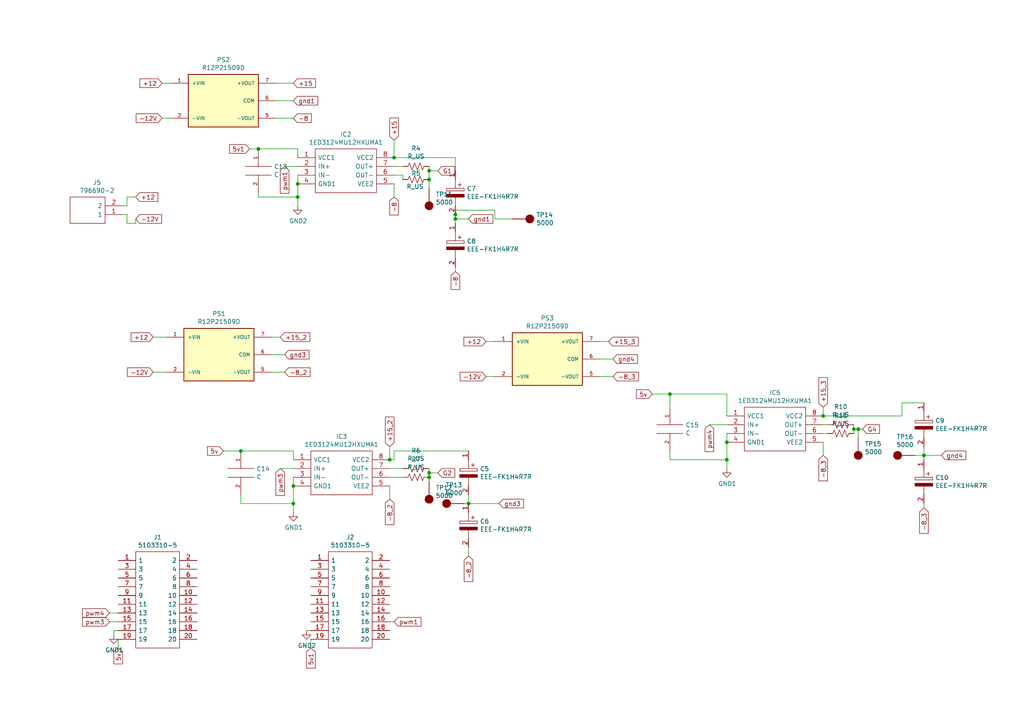
<source format=kicad_sch>
(kicad_sch (version 20231120) (generator "eeschema") (generator_version "8.0")
  (paper "A4")
  (lib_symbols
    (symbol "1ED3124MU12HXUMA1:1ED3124MU12HXUMA1" (pin_names (offset 0.762))
      (property "Reference" "IC" (at 24.13 7.62 0))
      (property "Value" "1ED3124MU12HXUMA1" (at 24.13 5.08 0))
      (symbol "1ED3124MU12HXUMA1_0_0"
        (pin passive line (at 0 0 0) (length 5.08) (name "VCC1") (number "1"))
        (pin passive line (at 0 -2.54 0) (length 5.08) (name "IN+") (number "2"))
        (pin passive line (at 0 -5.08 0) (length 5.08) (name "IN-") (number "3"))
        (pin passive line (at 0 -7.62 0) (length 5.08) (name "GND1") (number "4"))
        (pin passive line (at 27.94 -7.62 180) (length 5.08) (name "VEE2") (number "5"))
        (pin passive line (at 27.94 -5.08 180) (length 5.08) (name "OUT-") (number "6"))
        (pin passive line (at 27.94 -2.54 180) (length 5.08) (name "OUT+") (number "7"))
        (pin passive line (at 27.94 0 180) (length 5.08) (name "VCC2") (number "8"))
      )
      (symbol "1ED3124MU12HXUMA1_0_1"
        (polyline (pts (xy 5.08 2.54) (xy 22.86 2.54) (xy 22.86 -10.16) (xy 5.08 -10.16) (xy 5.08 2.54)) (stroke (width 0.1524)))
      )
    )
    (symbol "5000:5000" (pin_numbers hide) (pin_names (offset 1.016) hide)
      (property "Reference" "TP" (at -2.54 2.54 0))
      (property "Value" "5000" (at -2.54 -3.81 0))
      (symbol "5000_0_0"
        (circle (center 0 0) (radius 0.635) (stroke (width 1.27)))
        (pin passive line (at -5.08 0 0) (length 5.08) (name "~") (number "TP"))
      )
    )
    (symbol "5103310-5:5103310-5" (pin_names (offset 0.762))
      (property "Reference" "J" (at 19.05 7.62 0))
      (property "Value" "5103310-5" (at 19.05 5.08 0))
      (symbol "5103310-5_0_0"
        (pin passive line (at 0 0 0) (length 5.08) (name "1") (number "1"))
        (pin passive line (at 22.86 -10.16 180) (length 5.08) (name "10") (number "10"))
        (pin passive line (at 0 -12.7 0) (length 5.08) (name "11") (number "11"))
        (pin passive line (at 22.86 -12.7 180) (length 5.08) (name "12") (number "12"))
        (pin passive line (at 0 -15.24 0) (length 5.08) (name "13") (number "13"))
        (pin passive line (at 22.86 -15.24 180) (length 5.08) (name "14") (number "14"))
        (pin passive line (at 0 -17.78 0) (length 5.08) (name "15") (number "15"))
        (pin passive line (at 22.86 -17.78 180) (length 5.08) (name "16") (number "16"))
        (pin passive line (at 0 -20.32 0) (length 5.08) (name "17") (number "17"))
        (pin passive line (at 22.86 -20.32 180) (length 5.08) (name "18") (number "18"))
        (pin passive line (at 0 -22.86 0) (length 5.08) (name "19") (number "19"))
        (pin passive line (at 22.86 0 180) (length 5.08) (name "2") (number "2"))
        (pin passive line (at 22.86 -22.86 180) (length 5.08) (name "20") (number "20"))
        (pin passive line (at 0 -2.54 0) (length 5.08) (name "3") (number "3"))
        (pin passive line (at 22.86 -2.54 180) (length 5.08) (name "4") (number "4"))
        (pin passive line (at 0 -5.08 0) (length 5.08) (name "5") (number "5"))
        (pin passive line (at 22.86 -5.08 180) (length 5.08) (name "6") (number "6"))
        (pin passive line (at 0 -7.62 0) (length 5.08) (name "7") (number "7"))
        (pin passive line (at 22.86 -7.62 180) (length 5.08) (name "8") (number "8"))
        (pin passive line (at 0 -10.16 0) (length 5.08) (name "9") (number "9"))
      )
      (symbol "5103310-5_0_1"
        (polyline (pts (xy 5.08 2.54) (xy 17.78 2.54) (xy 17.78 -25.4) (xy 5.08 -25.4) (xy 5.08 2.54)) (stroke (width 0.1524)))
      )
    )
    (symbol "796690-2:796690-2" (pin_names (offset 0.762))
      (property "Reference" "J" (at 16.51 7.62 0))
      (property "Value" "796690-2" (at 16.51 5.08 0))
      (symbol "796690-2_0_0"
        (pin passive line (at 0 0 0) (length 5.08) (name "1") (number "1"))
        (pin passive line (at 0 -2.54 0) (length 5.08) (name "2") (number "2"))
      )
      (symbol "796690-2_0_1"
        (polyline (pts (xy 5.08 2.54) (xy 15.24 2.54) (xy 15.24 -5.08) (xy 5.08 -5.08) (xy 5.08 2.54)) (stroke (width 0.1524)))
      )
    )
    (symbol "DCCB PCB-V3-rescue:C-pspice" (pin_names (offset 0.254))
      (property "Reference" "C" (at 2.54 3.81 90))
      (property "Value" "pspice_C" (at 2.54 -3.81 90))
      (symbol "C-pspice_0_1"
        (polyline (pts (xy -3.81 -1.27) (xy 3.81 -1.27)))
        (polyline (pts (xy -3.81 1.27) (xy 3.81 1.27)))
      )
      (symbol "C-pspice_1_1"
        (pin passive line (at 0 6.35 270) (length 5.08) (name "~") (number "1"))
        (pin passive line (at 0 -6.35 90) (length 5.08) (name "~") (number "2"))
      )
    )
    (symbol "DCCB PCB-V3-rescue:GND1-power" (power) (pin_names (offset 0))
      (property "Value" "power_GND1" (at 0 -3.81 0))
      (symbol "GND1-power_0_1"
        (polyline (pts (xy 0 0) (xy 0 -1.27) (xy 1.27 -1.27) (xy 0 -2.54) (xy -1.27 -1.27) (xy 0 -1.27)))
      )
      (symbol "GND1-power_1_1"
        (pin power_in line (at 0 0 270) (length 0) hide (name "GND1") (number "1"))
      )
    )
    (symbol "DCCB PCB-V3-rescue:GND2-power" (power) (pin_names (offset 0))
      (property "Value" "power_GND2" (at 0 -3.81 0))
      (symbol "GND2-power_0_1"
        (polyline (pts (xy 0 0) (xy 0 -1.27) (xy 1.27 -1.27) (xy 0 -2.54) (xy -1.27 -1.27) (xy 0 -1.27)))
      )
      (symbol "GND2-power_1_1"
        (pin power_in line (at 0 0 270) (length 0) hide (name "GND2") (number "1"))
      )
    )
    (symbol "Device:R_US" (pin_numbers hide) (pin_names (offset 0))
      (property "Reference" "R" (at 2.54 0 90))
      (property "Value" "R_US" (at -2.54 0 90))
      (symbol "R_US_0_1"
        (polyline (pts (xy 0 -2.286) (xy 0 -2.54)))
        (polyline (pts (xy 0 2.286) (xy 0 2.54)))
        (polyline (pts (xy 0 -0.762) (xy 1.016 -1.143) (xy 0 -1.524) (xy -1.016 -1.905) (xy 0 -2.286)))
        (polyline (pts (xy 0 0.762) (xy 1.016 0.381) (xy 0 0) (xy -1.016 -0.381) (xy 0 -0.762)))
        (polyline (pts (xy 0 2.286) (xy 1.016 1.905) (xy 0 1.524) (xy -1.016 1.143) (xy 0 0.762)))
      )
      (symbol "R_US_1_1"
        (pin passive line (at 0 3.81 270) (length 1.27) (name "~") (number "1"))
        (pin passive line (at 0 -3.81 90) (length 1.27) (name "~") (number "2"))
      )
    )
    (symbol "EEE-FK1H4R7R:EEE-FK1H4R7R" (pin_names (offset 0.762))
      (property "Reference" "C" (at 8.89 6.35 0))
      (property "Value" "EEE-FK1H4R7R" (at 8.89 3.81 0))
      (symbol "EEE-FK1H4R7R_0_0"
        (pin passive line (at 0 0 0) (length 2.54) (name "~") (number "1"))
        (pin passive line (at 12.7 0 180) (length 2.54) (name "~") (number "2"))
      )
      (symbol "EEE-FK1H4R7R_0_1"
        (polyline (pts (xy 2.54 0) (xy 5.08 0)) (stroke (width 0.1524)))
        (polyline (pts (xy 4.064 1.778) (xy 4.064 0.762)) (stroke (width 0.1524)))
        (polyline (pts (xy 4.572 1.27) (xy 3.556 1.27)) (stroke (width 0.1524)))
        (polyline (pts (xy 7.62 0) (xy 10.16 0)) (stroke (width 0.1524)))
        (polyline (pts (xy 5.08 2.54) (xy 5.08 -2.54) (xy 5.842 -2.54) (xy 5.842 2.54) (xy 5.08 2.54)) (stroke (width 0.1524)))
        (polyline (pts (xy 7.62 2.54) (xy 7.62 -2.54) (xy 6.858 -2.54) (xy 6.858 2.54) (xy 7.62 2.54)) (stroke (width 0.254)) (fill (type outline)))
      )
    )
    (symbol "R12P21509D:R12P21509D" (pin_names (offset 1.016))
      (property "Reference" "PS" (at -10.16 8.636 0))
      (property "Value" "R12P21509D" (at -10.16 -10.922 0))
      (symbol "R12P21509D_0_0"
        (rectangle (start -10.16 -7.62) (end 10.16 7.62) (stroke (width 0.254)) (fill (type background)))
        (pin input line (at -15.24 5.08 0) (length 5.08) (name "+VIN") (number "1"))
        (pin input line (at -15.24 -5.08 0) (length 5.08) (name "-VIN") (number "2"))
        (pin output line (at 15.24 -5.08 180) (length 5.08) (name "-VOUT") (number "5"))
        (pin power_in line (at 15.24 0 180) (length 5.08) (name "COM") (number "6"))
        (pin output line (at 15.24 5.08 180) (length 5.08) (name "+VOUT") (number "7"))
      )
    )
  )
  (junction (at 74.93 43.18))
  (junction (at 124.46 138.43))
  (junction (at 135.89 146.05))
  (junction (at 210.82 133.35))
  (junction (at 85.09 146.05))
  (junction (at 124.46 137.16))
  (junction (at 132.08 63.5))
  (junction (at 69.85 130.81))
  (junction (at 85.09 140.97))
  (junction (at 124.46 52.07))
  (junction (at 210.82 128.27))
  (junction (at 113.03 133.35))
  (junction (at 86.36 57.15))
  (junction (at 194.31 114.3))
  (junction (at 86.36 53.34))
  (junction (at 248.92 124.46))
  (junction (at 238.76 120.65))
  (junction (at 267.97 132.08))
  (junction (at 247.65 124.46))
  (junction (at 124.46 49.53))
  (junction (at 114.3 45.72))
  (junction (at 132.08 62.23))
  (wire (pts (xy 49.53 24.13) (xy 46.99 24.13)))
  (wire (pts (xy 267.97 132.08) (xy 267.97 133.35)))
  (wire (pts (xy 177.8 109.22) (xy 173.99 109.22)))
  (wire (pts (xy 48.26 107.95) (xy 44.45 107.95)))
  (wire (pts (xy 135.89 63.5) (xy 132.08 63.5)))
  (wire (pts (xy 114.3 45.72) (xy 114.3 40.64)))
  (wire (pts (xy 34.29 187.96) (xy 34.29 185.42)))
  (wire (pts (xy 273.05 132.08) (xy 267.97 132.08)))
  (wire (pts (xy 267.97 147.32) (xy 267.97 146.05)))
  (wire (pts (xy 116.84 50.8) (xy 114.3 50.8)))
  (wire (pts (xy 86.36 57.15) (xy 74.93 57.15)))
  (wire (pts (xy 86.36 43.18) (xy 86.36 45.72)))
  (wire (pts (xy 210.82 123.19) (xy 205.74 123.19)))
  (wire (pts (xy 194.31 133.35) (xy 194.31 130.81)))
  (wire (pts (xy 267.97 129.54) (xy 267.97 132.08)))
  (wire (pts (xy 116.84 48.26) (xy 114.3 48.26)))
  (wire (pts (xy 132.08 45.72) (xy 132.08 49.53)))
  (wire (pts (xy 240.03 123.19) (xy 238.76 123.19)))
  (wire (pts (xy 35.56 62.23) (xy 36.83 62.23)))
  (wire (pts (xy 48.26 97.79) (xy 44.45 97.79)))
  (wire (pts (xy 210.82 128.27) (xy 210.82 133.35)))
  (wire (pts (xy 36.83 59.69) (xy 36.83 57.15)))
  (wire (pts (xy 86.36 57.15) (xy 86.36 59.69)))
  (wire (pts (xy 124.46 49.53) (xy 124.46 48.26)))
  (wire (pts (xy 85.09 140.97) (xy 85.09 146.05)))
  (wire (pts (xy 85.09 130.81) (xy 85.09 133.35)))
  (wire (pts (xy 31.75 177.8) (xy 34.29 177.8)))
  (wire (pts (xy 127 49.53) (xy 124.46 49.53)))
  (wire (pts (xy 90.17 187.96) (xy 90.17 185.42)))
  (wire (pts (xy 86.36 53.34) (xy 86.36 57.15)))
  (wire (pts (xy 36.83 64.77) (xy 39.37 64.77)))
  (wire (pts (xy 124.46 54.61) (xy 124.46 52.07)))
  (wire (pts (xy 69.85 146.05) (xy 69.85 143.51)))
  (wire (pts (xy 238.76 120.65) (xy 261.62 120.65)))
  (wire (pts (xy 116.84 50.8) (xy 116.84 52.07)))
  (wire (pts (xy 116.84 135.89) (xy 113.03 135.89)))
  (wire (pts (xy 85.09 135.89) (xy 81.28 135.89)))
  (wire (pts (xy 194.31 118.11) (xy 194.31 114.3)))
  (wire (pts (xy 64.77 130.81) (xy 69.85 130.81)))
  (wire (pts (xy 135.89 161.29) (xy 135.89 158.75)))
  (wire (pts (xy 250.19 124.46) (xy 248.92 124.46)))
  (wire (pts (xy 189.23 114.3) (xy 194.31 114.3)))
  (wire (pts (xy 114.3 45.72) (xy 132.08 45.72)))
  (wire (pts (xy 238.76 120.65) (xy 238.76 118.11)))
  (wire (pts (xy 135.89 143.51) (xy 135.89 146.05)))
  (wire (pts (xy 113.03 133.35) (xy 113.03 129.54)))
  (wire (pts (xy 124.46 137.16) (xy 124.46 135.89)))
  (wire (pts (xy 210.82 125.73) (xy 210.82 128.27)))
  (wire (pts (xy 33.02 184.15) (xy 33.02 182.88)))
  (wire (pts (xy 85.09 138.43) (xy 85.09 140.97)))
  (wire (pts (xy 85.09 24.13) (xy 80.01 24.13)))
  (wire (pts (xy 247.65 124.46) (xy 247.65 123.19)))
  (wire (pts (xy 33.02 182.88) (xy 34.29 182.88)))
  (wire (pts (xy 85.09 146.05) (xy 69.85 146.05)))
  (wire (pts (xy 143.51 60.96) (xy 132.08 60.96)))
  (wire (pts (xy 86.36 48.26) (xy 82.55 48.26)))
  (wire (pts (xy 124.46 52.07) (xy 124.46 49.53)))
  (wire (pts (xy 140.97 99.06) (xy 143.51 99.06)))
  (wire (pts (xy 124.46 139.7) (xy 124.46 138.43)))
  (wire (pts (xy 39.37 64.77) (xy 39.37 63.5)))
  (wire (pts (xy 194.31 114.3) (xy 210.82 114.3)))
  (wire (pts (xy 116.84 138.43) (xy 113.03 138.43)))
  (wire (pts (xy 134.62 146.05) (xy 135.89 146.05)))
  (wire (pts (xy 72.39 43.18) (xy 74.93 43.18)))
  (wire (pts (xy 31.75 180.34) (xy 34.29 180.34)))
  (wire (pts (xy 144.78 146.05) (xy 135.89 146.05)))
  (wire (pts (xy 261.62 120.65) (xy 261.62 116.84)))
  (wire (pts (xy 132.08 60.96) (xy 132.08 62.23)))
  (wire (pts (xy 240.03 125.73) (xy 238.76 125.73)))
  (wire (pts (xy 85.09 146.05) (xy 85.09 148.59)))
  (wire (pts (xy 143.51 63.5) (xy 143.51 60.96)))
  (wire (pts (xy 132.08 62.23) (xy 132.08 63.5)))
  (wire (pts (xy 124.46 138.43) (xy 124.46 137.16)))
  (wire (pts (xy 248.92 127) (xy 248.92 124.46)))
  (wire (pts (xy 210.82 133.35) (xy 194.31 133.35)))
  (wire (pts (xy 265.43 132.08) (xy 267.97 132.08)))
  (wire (pts (xy 148.59 63.5) (xy 143.51 63.5)))
  (wire (pts (xy 114.3 180.34) (xy 113.03 180.34)))
  (wire (pts (xy 176.53 99.06) (xy 173.99 99.06)))
  (wire (pts (xy 78.74 97.79) (xy 81.28 97.79)))
  (wire (pts (xy 210.82 135.89) (xy 210.82 133.35)))
  (wire (pts (xy 114.3 53.34) (xy 114.3 57.15)))
  (wire (pts (xy 49.53 34.29) (xy 46.99 34.29)))
  (wire (pts (xy 36.83 62.23) (xy 36.83 64.77)))
  (wire (pts (xy 85.09 29.21) (xy 80.01 29.21)))
  (wire (pts (xy 135.89 130.81) (xy 114.3 130.81)))
  (wire (pts (xy 247.65 125.73) (xy 247.65 124.46)))
  (wire (pts (xy 210.82 114.3) (xy 210.82 120.65)))
  (wire (pts (xy 261.62 116.84) (xy 267.97 116.84)))
  (wire (pts (xy 127 137.16) (xy 124.46 137.16)))
  (wire (pts (xy 86.36 50.8) (xy 86.36 53.34)))
  (wire (pts (xy 238.76 128.27) (xy 238.76 132.08)))
  (wire (pts (xy 132.08 78.74) (xy 132.08 77.47)))
  (wire (pts (xy 74.93 43.18) (xy 86.36 43.18)))
  (wire (pts (xy 82.55 102.87) (xy 78.74 102.87)))
  (wire (pts (xy 35.56 59.69) (xy 36.83 59.69)))
  (wire (pts (xy 114.3 130.81) (xy 114.3 133.35)))
  (wire (pts (xy 90.17 182.88) (xy 88.9 182.88)))
  (wire (pts (xy 113.03 140.97) (xy 113.03 144.78)))
  (wire (pts (xy 78.74 107.95) (xy 82.55 107.95)))
  (wire (pts (xy 69.85 130.81) (xy 85.09 130.81)))
  (wire (pts (xy 36.83 57.15) (xy 39.37 57.15)))
  (wire (pts (xy 140.97 109.22) (xy 143.51 109.22)))
  (wire (pts (xy 74.93 57.15) (xy 74.93 55.88)))
  (wire (pts (xy 85.09 34.29) (xy 80.01 34.29)))
  (wire (pts (xy 132.08 63.5) (xy 132.08 64.77)))
  (wire (pts (xy 177.8 104.14) (xy 173.99 104.14)))
  (wire (pts (xy 248.92 124.46) (xy 247.65 124.46)))
  (wire (pts (xy 114.3 133.35) (xy 113.03 133.35)))
  (global_label "+15_3" (shape input) (at 238.76 118.11 90) (property "Intersheetrefs" "${INTERSHEET_REFS}" (effects (hide yes))))
  (global_label "+15_3" (shape input) (at 176.53 99.06 0) (property "Intersheetrefs" "${INTERSHEET_REFS}" (effects (hide yes))))
  (global_label "-8_3" (shape input) (at 177.8 109.22 0) (property "Intersheetrefs" "${INTERSHEET_REFS}" (effects (hide yes))))
  (global_label "pwm3" (shape input) (at 31.75 180.34 180) (property "Intersheetrefs" "${INTERSHEET_REFS}" (effects (hide yes))))
  (global_label "+12" (shape input) (at 39.37 57.15 0) (property "Intersheetrefs" "${INTERSHEET_REFS}" (effects (hide yes))))
  (global_label "-12V" (shape input) (at 46.99 34.29 180) (property "Intersheetrefs" "${INTERSHEET_REFS}" (effects (hide yes))))
  (global_label "-8" (shape input) (at 132.08 78.74 270) (property "Intersheetrefs" "${INTERSHEET_REFS}" (effects (hide yes))))
  (global_label "gnd1" (shape input) (at 135.89 63.5 0) (property "Intersheetrefs" "${INTERSHEET_REFS}" (effects (hide yes))))
  (global_label "-8_2" (shape input) (at 135.89 161.29 270) (property "Intersheetrefs" "${INTERSHEET_REFS}" (effects (hide yes))))
  (global_label "gnd1" (shape input) (at 85.09 29.21 0) (property "Intersheetrefs" "${INTERSHEET_REFS}" (effects (hide yes))))
  (global_label "pwm3" (shape input) (at 81.28 135.89 270) (property "Intersheetrefs" "${INTERSHEET_REFS}" (effects (hide yes))))
  (global_label "+15" (shape input) (at 85.09 24.13 0) (property "Intersheetrefs" "${INTERSHEET_REFS}" (effects (hide yes))))
  (global_label "-8_2" (shape input) (at 82.55 107.95 0) (property "Intersheetrefs" "${INTERSHEET_REFS}" (effects (hide yes))))
  (global_label "5v1" (shape input) (at 72.39 43.18 180) (property "Intersheetrefs" "${INTERSHEET_REFS}" (effects (hide yes))))
  (global_label "-8" (shape input) (at 114.3 57.15 270) (property "Intersheetrefs" "${INTERSHEET_REFS}" (effects (hide yes))))
  (global_label "-12V" (shape input) (at 44.45 107.95 180) (property "Intersheetrefs" "${INTERSHEET_REFS}" (effects (hide yes))))
  (global_label "+12" (shape input) (at 140.97 99.06 180) (property "Intersheetrefs" "${INTERSHEET_REFS}" (effects (hide yes))))
  (global_label "5v" (shape input) (at 189.23 114.3 180) (property "Intersheetrefs" "${INTERSHEET_REFS}" (effects (hide yes))))
  (global_label "-8_2" (shape input) (at 113.03 144.78 270) (property "Intersheetrefs" "${INTERSHEET_REFS}" (effects (hide yes))))
  (global_label "5v1" (shape input) (at 90.17 187.96 270) (property "Intersheetrefs" "${INTERSHEET_REFS}" (effects (hide yes))))
  (global_label "pwm1" (shape input) (at 82.55 48.26 270) (property "Intersheetrefs" "${INTERSHEET_REFS}" (effects (hide yes))))
  (global_label "G4" (shape input) (at 250.19 124.46 0) (property "Intersheetrefs" "${INTERSHEET_REFS}" (effects (hide yes))))
  (global_label "gnd3" (shape input) (at 144.78 146.05 0) (property "Intersheetrefs" "${INTERSHEET_REFS}" (effects (hide yes))))
  (global_label "pwm4" (shape input) (at 31.75 177.8 180) (property "Intersheetrefs" "${INTERSHEET_REFS}" (effects (hide yes))))
  (global_label "+15_2" (shape input) (at 113.03 129.54 90) (property "Intersheetrefs" "${INTERSHEET_REFS}" (effects (hide yes))))
  (global_label "+15" (shape input) (at 114.3 40.64 90) (property "Intersheetrefs" "${INTERSHEET_REFS}" (effects (hide yes))))
  (global_label "5v" (shape input) (at 64.77 130.81 180) (property "Intersheetrefs" "${INTERSHEET_REFS}" (effects (hide yes))))
  (global_label "-8" (shape input) (at 85.09 34.29 0) (property "Intersheetrefs" "${INTERSHEET_REFS}" (effects (hide yes))))
  (global_label "-12V" (shape input) (at 140.97 109.22 180) (property "Intersheetrefs" "${INTERSHEET_REFS}" (effects (hide yes))))
  (global_label "gnd4" (shape input) (at 177.8 104.14 0) (property "Intersheetrefs" "${INTERSHEET_REFS}" (effects (hide yes))))
  (global_label "5v" (shape input) (at 34.29 187.96 270) (property "Intersheetrefs" "${INTERSHEET_REFS}" (effects (hide yes))))
  (global_label "G1" (shape input) (at 127 49.53 0) (property "Intersheetrefs" "${INTERSHEET_REFS}" (effects (hide yes))))
  (global_label "+12" (shape input) (at 44.45 97.79 180) (property "Intersheetrefs" "${INTERSHEET_REFS}" (effects (hide yes))))
  (global_label "-8_3" (shape input) (at 267.97 147.32 270) (property "Intersheetrefs" "${INTERSHEET_REFS}" (effects (hide yes))))
  (global_label "gnd3" (shape input) (at 82.55 102.87 0) (property "Intersheetrefs" "${INTERSHEET_REFS}" (effects (hide yes))))
  (global_label "pwm4" (shape input) (at 205.74 123.19 270) (property "Intersheetrefs" "${INTERSHEET_REFS}" (effects (hide yes))))
  (global_label "gnd4" (shape input) (at 273.05 132.08 0) (property "Intersheetrefs" "${INTERSHEET_REFS}" (effects (hide yes))))
  (global_label "pwm1" (shape input) (at 114.3 180.34 0) (property "Intersheetrefs" "${INTERSHEET_REFS}" (effects (hide yes))))
  (global_label "-12V" (shape input) (at 39.37 63.5 0) (property "Intersheetrefs" "${INTERSHEET_REFS}" (effects (hide yes))))
  (global_label "G2" (shape input) (at 127 137.16 0) (property "Intersheetrefs" "${INTERSHEET_REFS}" (effects (hide yes))))
  (global_label "+15_2" (shape input) (at 81.28 97.79 0) (property "Intersheetrefs" "${INTERSHEET_REFS}" (effects (hide yes))))
  (global_label "+12" (shape input) (at 46.99 24.13 180) (property "Intersheetrefs" "${INTERSHEET_REFS}" (effects (hide yes))))
  (global_label "-8_3" (shape input) (at 238.76 132.08 270) (property "Intersheetrefs" "${INTERSHEET_REFS}" (effects (hide yes))))
  (symbol (lib_id "796690-2:796690-2") (at 35.56 62.23 180) (unit 1)
    (property "Reference" "J5" (at 28.1432 52.959 0))
    (property "Value" "796690-2" (at 28.1432 55.2704 0))
    (property "Footprint" "796690-2:SHDR2W101P0X500_1X2_1000X1250X1500P" (effects (hide yes)))
    (property "Datasheet" "http://www.te.com/commerce/DocumentDelivery/DDEController?Action=srchrtrv&DocNm=796690&DocType=Customer+Drawing&DocLang=English&DocFormat=pdf&PartCntxt=796690-2" (effects (hide yes)))
    (property "Description" "Terminal Blocks 2 POS" (effects (hide yes)))
    (property "Height" "15" (effects (hide yes)))
    (property "Manufacturer_Name" "TE Connectivity" (effects (hide yes)))
    (property "Manufacturer_Part_Number" "796690-2" (effects (hide yes)))
    (property "Mouser Part Number" "571-796690-2" (effects (hide yes)))
    (property "Mouser Price/Stock" "https://www.mouser.co.uk/ProductDetail/TE-Connectivity/796690-2?qs=pWkNwGaCbnSCL%252BUWKaEztA%3D%3D" (effects (hide yes)))
    (property "Arrow Part Number" "796690-2" (effects (hide yes)))
    (property "Arrow Price/Stock" "https://www.arrow.com/en/products/796690-2/te-connectivity?region=nac" (effects (hide yes)))
  )
  (symbol (lib_id "DCCB PCB-V3-rescue:GND1-power") (at 85.09 148.59 0) (unit 1)
    (property "Reference" "#PWR02" (effects (hide yes)))
    (property "Value" "GND1" (at 85.217 152.9842 0))
  )
  (symbol (lib_id "DCCB PCB-V3-rescue:GND1-power") (at 210.82 135.89 0) (unit 1)
    (property "Reference" "#PWR05" (effects (hide yes)))
    (property "Value" "GND1" (at 210.947 140.2842 0))
  )
  (symbol (lib_id "EEE-FK1H4R7R:EEE-FK1H4R7R") (at 132.08 49.53 270) (unit 1)
    (property "Reference" "C7" (at 135.382 54.7116 90) (effects (justify left)))
    (property "Value" "EEE-FK1H4R7R" (at 135.382 57.023 90) (effects (justify left)))
    (property "Footprint" "EEE-FK1H4R7R:EEE1AA220WR" (effects (hide yes)))
    (property "Datasheet" "http://industrial.panasonic.com/cdbs/www-data/pdf/RDE0000/ABA0000C1181.pdf" (effects (hide yes)))
    (property "Description" "Aluminum Electrolytic Capacitors - SMD 4.7uF 50V" (effects (hide yes)))
    (property "Height" "5.5" (effects (hide yes)))
    (property "Mouser Part Number" "667-EEE-FK1H4R7R" (effects (hide yes)))
    (property "Mouser Price/Stock" "https://www.mouser.co.uk/ProductDetail/Panasonic/EEE-FK1H4R7R?qs=qE6bgDGEOCur97rwuEUvdw%3D%3D" (effects (hide yes)))
    (property "Manufacturer_Name" "Panasonic" (effects (hide yes)))
    (property "Manufacturer_Part_Number" "EEE-FK1H4R7R" (effects (hide yes)))
  )
  (symbol (lib_id "EEE-FK1H4R7R:EEE-FK1H4R7R") (at 132.08 64.77 270) (unit 1)
    (property "Reference" "C8" (at 135.382 69.9516 90) (effects (justify left)))
    (property "Value" "EEE-FK1H4R7R" (at 135.382 72.263 90) (effects (justify left)))
    (property "Footprint" "EEE-FK1H4R7R:EEE1AA220WR" (effects (hide yes)))
    (property "Datasheet" "http://industrial.panasonic.com/cdbs/www-data/pdf/RDE0000/ABA0000C1181.pdf" (effects (hide yes)))
    (property "Description" "Aluminum Electrolytic Capacitors - SMD 4.7uF 50V" (effects (hide yes)))
    (property "Height" "5.5" (effects (hide yes)))
    (property "Mouser Part Number" "667-EEE-FK1H4R7R" (effects (hide yes)))
    (property "Mouser Price/Stock" "https://www.mouser.co.uk/ProductDetail/Panasonic/EEE-FK1H4R7R?qs=qE6bgDGEOCur97rwuEUvdw%3D%3D" (effects (hide yes)))
    (property "Manufacturer_Name" "Panasonic" (effects (hide yes)))
    (property "Manufacturer_Part_Number" "EEE-FK1H4R7R" (effects (hide yes)))
  )
  (symbol (lib_id "EEE-FK1H4R7R:EEE-FK1H4R7R") (at 135.89 130.81 270) (unit 1)
    (property "Reference" "C5" (at 139.192 135.9916 90) (effects (justify left)))
    (property "Value" "EEE-FK1H4R7R" (at 139.192 138.303 90) (effects (justify left)))
    (property "Footprint" "EEE-FK1H4R7R:EEE1AA220WR" (effects (hide yes)))
    (property "Datasheet" "http://industrial.panasonic.com/cdbs/www-data/pdf/RDE0000/ABA0000C1181.pdf" (effects (hide yes)))
    (property "Description" "Aluminum Electrolytic Capacitors - SMD 4.7uF 50V" (effects (hide yes)))
    (property "Height" "5.5" (effects (hide yes)))
    (property "Mouser Part Number" "667-EEE-FK1H4R7R" (effects (hide yes)))
    (property "Mouser Price/Stock" "https://www.mouser.co.uk/ProductDetail/Panasonic/EEE-FK1H4R7R?qs=qE6bgDGEOCur97rwuEUvdw%3D%3D" (effects (hide yes)))
    (property "Manufacturer_Name" "Panasonic" (effects (hide yes)))
    (property "Manufacturer_Part_Number" "EEE-FK1H4R7R" (effects (hide yes)))
  )
  (symbol (lib_id "EEE-FK1H4R7R:EEE-FK1H4R7R") (at 135.89 146.05 270) (unit 1)
    (property "Reference" "C6" (at 139.192 151.2316 90) (effects (justify left)))
    (property "Value" "EEE-FK1H4R7R" (at 139.192 153.543 90) (effects (justify left)))
    (property "Footprint" "EEE-FK1H4R7R:EEE1AA220WR" (effects (hide yes)))
    (property "Datasheet" "http://industrial.panasonic.com/cdbs/www-data/pdf/RDE0000/ABA0000C1181.pdf" (effects (hide yes)))
    (property "Description" "Aluminum Electrolytic Capacitors - SMD 4.7uF 50V" (effects (hide yes)))
    (property "Height" "5.5" (effects (hide yes)))
    (property "Mouser Part Number" "667-EEE-FK1H4R7R" (effects (hide yes)))
    (property "Mouser Price/Stock" "https://www.mouser.co.uk/ProductDetail/Panasonic/EEE-FK1H4R7R?qs=qE6bgDGEOCur97rwuEUvdw%3D%3D" (effects (hide yes)))
    (property "Manufacturer_Name" "Panasonic" (effects (hide yes)))
    (property "Manufacturer_Part_Number" "EEE-FK1H4R7R" (effects (hide yes)))
  )
  (symbol (lib_id "EEE-FK1H4R7R:EEE-FK1H4R7R") (at 267.97 116.84 270) (unit 1)
    (property "Reference" "C9" (at 271.272 122.0216 90) (effects (justify left)))
    (property "Value" "EEE-FK1H4R7R" (at 271.272 124.333 90) (effects (justify left)))
    (property "Footprint" "EEE-FK1H4R7R:EEE1AA220WR" (effects (hide yes)))
    (property "Datasheet" "http://industrial.panasonic.com/cdbs/www-data/pdf/RDE0000/ABA0000C1181.pdf" (effects (hide yes)))
    (property "Description" "Aluminum Electrolytic Capacitors - SMD 4.7uF 50V" (effects (hide yes)))
    (property "Height" "5.5" (effects (hide yes)))
    (property "Mouser Part Number" "667-EEE-FK1H4R7R" (effects (hide yes)))
    (property "Mouser Price/Stock" "https://www.mouser.co.uk/ProductDetail/Panasonic/EEE-FK1H4R7R?qs=qE6bgDGEOCur97rwuEUvdw%3D%3D" (effects (hide yes)))
    (property "Manufacturer_Name" "Panasonic" (effects (hide yes)))
    (property "Manufacturer_Part_Number" "EEE-FK1H4R7R" (effects (hide yes)))
  )
  (symbol (lib_id "EEE-FK1H4R7R:EEE-FK1H4R7R") (at 267.97 133.35 270) (unit 1)
    (property "Reference" "C10" (at 271.272 138.5316 90) (effects (justify left)))
    (property "Value" "EEE-FK1H4R7R" (at 271.272 140.843 90) (effects (justify left)))
    (property "Footprint" "EEE-FK1H4R7R:EEE1AA220WR" (effects (hide yes)))
    (property "Datasheet" "http://industrial.panasonic.com/cdbs/www-data/pdf/RDE0000/ABA0000C1181.pdf" (effects (hide yes)))
    (property "Description" "Aluminum Electrolytic Capacitors - SMD 4.7uF 50V" (effects (hide yes)))
    (property "Height" "5.5" (effects (hide yes)))
    (property "Mouser Part Number" "667-EEE-FK1H4R7R" (effects (hide yes)))
    (property "Mouser Price/Stock" "https://www.mouser.co.uk/ProductDetail/Panasonic/EEE-FK1H4R7R?qs=qE6bgDGEOCur97rwuEUvdw%3D%3D" (effects (hide yes)))
    (property "Manufacturer_Name" "Panasonic" (effects (hide yes)))
    (property "Manufacturer_Part_Number" "EEE-FK1H4R7R" (effects (hide yes)))
  )
  (symbol (lib_id "1ED3124MU12HXUMA1:1ED3124MU12HXUMA1") (at 85.09 133.35 0) (unit 1)
    (property "Reference" "IC3" (at 99.06 126.619 0))
    (property "Value" "1ED3124MU12HXUMA1" (at 99.06 128.9304 0))
    (property "Footprint" "1ED3124MU12HXUMA1:SOIC127P1030X265-8N" (effects (hide yes)))
    (property "Datasheet" "https://www.infineon.com/cms/en/product/power/gate-driver-ics/?" (effects (hide yes)))
    (property "Description" "Gate Drivers ISOLATED DRIVER" (effects (hide yes)))
    (property "Height" "2.65" (effects (hide yes)))
    (property "Mouser Part Number" "726-1ED3124MU12HXUMA" (effects (hide yes)))
    (property "Mouser Price/Stock" "https://www.mouser.co.uk/ProductDetail/Infineon-Technologies/1ED3124MU12HXUMA1?qs=GBLSl2AkirubXwnfvNjsUw%3D%3D" (effects (hide yes)))
    (property "Manufacturer_Name" "Infineon" (effects (hide yes)))
    (property "Manufacturer_Part_Number" "1ED3124MU12HXUMA1" (effects (hide yes)))
  )
  (symbol (lib_id "1ED3124MU12HXUMA1:1ED3124MU12HXUMA1") (at 86.36 45.72 0) (unit 1)
    (property "Reference" "IC2" (at 100.33 38.989 0))
    (property "Value" "1ED3124MU12HXUMA1" (at 100.33 41.3004 0))
    (property "Footprint" "1ED3124MU12HXUMA1:SOIC127P1030X265-8N" (effects (hide yes)))
    (property "Datasheet" "https://www.infineon.com/cms/en/product/power/gate-driver-ics/?" (effects (hide yes)))
    (property "Description" "Gate Drivers ISOLATED DRIVER" (effects (hide yes)))
    (property "Height" "2.65" (effects (hide yes)))
    (property "Mouser Part Number" "726-1ED3124MU12HXUMA" (effects (hide yes)))
    (property "Mouser Price/Stock" "https://www.mouser.co.uk/ProductDetail/Infineon-Technologies/1ED3124MU12HXUMA1?qs=GBLSl2AkirubXwnfvNjsUw%3D%3D" (effects (hide yes)))
    (property "Manufacturer_Name" "Infineon" (effects (hide yes)))
    (property "Manufacturer_Part_Number" "1ED3124MU12HXUMA1" (effects (hide yes)))
  )
  (symbol (lib_id "1ED3124MU12HXUMA1:1ED3124MU12HXUMA1") (at 210.82 120.65 0) (unit 1)
    (property "Reference" "IC5" (at 224.79 113.919 0))
    (property "Value" "1ED3124MU12HXUMA1" (at 224.79 116.2304 0))
    (property "Footprint" "1ED3124MU12HXUMA1:SOIC127P1030X265-8N" (effects (hide yes)))
    (property "Datasheet" "https://www.infineon.com/cms/en/product/power/gate-driver-ics/?" (effects (hide yes)))
    (property "Description" "Gate Drivers ISOLATED DRIVER" (effects (hide yes)))
    (property "Height" "2.65" (effects (hide yes)))
    (property "Mouser Part Number" "726-1ED3124MU12HXUMA" (effects (hide yes)))
    (property "Mouser Price/Stock" "https://www.mouser.co.uk/ProductDetail/Infineon-Technologies/1ED3124MU12HXUMA1?qs=GBLSl2AkirubXwnfvNjsUw%3D%3D" (effects (hide yes)))
    (property "Manufacturer_Name" "Infineon" (effects (hide yes)))
    (property "Manufacturer_Part_Number" "1ED3124MU12HXUMA1" (effects (hide yes)))
  )
  (symbol (lib_id "DCCB PCB-V3-rescue:C-pspice") (at 74.93 49.53 0) (unit 1)
    (property "Reference" "C13" (at 79.4512 48.3616 0) (effects (justify left)))
    (property "Value" "C" (at 79.4512 50.673 0) (effects (justify left)))
    (property "Footprint" "Capacitor_SMD:C_0603_1608Metric_Pad1.08x0.95mm_HandSolder" (effects (hide yes)))
  )
  (symbol (lib_id "DCCB PCB-V3-rescue:C-pspice") (at 69.85 137.16 0) (unit 1)
    (property "Reference" "C14" (at 74.3712 135.9916 0) (effects (justify left)))
    (property "Value" "C" (at 74.3712 138.303 0) (effects (justify left)))
    (property "Footprint" "Capacitor_SMD:C_0603_1608Metric_Pad1.08x0.95mm_HandSolder" (effects (hide yes)))
  )
  (symbol (lib_id "DCCB PCB-V3-rescue:C-pspice") (at 194.31 124.46 0) (unit 1)
    (property "Reference" "C15" (at 198.8312 123.2916 0) (effects (justify left)))
    (property "Value" "C" (at 198.8312 125.603 0) (effects (justify left)))
    (property "Footprint" "Capacitor_SMD:C_0603_1608Metric_Pad1.08x0.95mm_HandSolder" (effects (hide yes)))
  )
  (symbol (lib_id "Device:R_US") (at 120.65 48.26 270) (unit 1)
    (property "Reference" "R4" (at 120.65 43.053 90))
    (property "Value" "R_US" (at 120.65 45.3644 90))
    (property "Footprint" "Resistor_SMD:R_0603_1608Metric_Pad0.98x0.95mm_HandSolder" (effects (hide yes)))
  )
  (symbol (lib_id "Device:R_US") (at 120.65 52.07 270) (unit 1)
    (property "Reference" "R5" (at 120.65 50.292 90))
    (property "Value" "R_US" (at 120.396 54.102 90))
    (property "Footprint" "Resistor_SMD:R_0603_1608Metric_Pad0.98x0.95mm_HandSolder" (effects (hide yes)))
  )
  (symbol (lib_id "Device:R_US") (at 120.65 135.89 270) (unit 1)
    (property "Reference" "R6" (at 120.65 130.683 90))
    (property "Value" "R_US" (at 120.65 132.9944 90))
    (property "Footprint" "Resistor_SMD:R_0603_1608Metric_Pad0.98x0.95mm_HandSolder" (effects (hide yes)))
  )
  (symbol (lib_id "Device:R_US") (at 120.65 138.43 270) (unit 1)
    (property "Reference" "R7" (at 120.65 133.223 90))
    (property "Value" "R_US" (at 120.65 135.5344 90))
    (property "Footprint" "Resistor_SMD:R_0603_1608Metric_Pad0.98x0.95mm_HandSolder" (effects (hide yes)))
  )
  (symbol (lib_id "Device:R_US") (at 243.84 123.19 270) (unit 1)
    (property "Reference" "R10" (at 243.84 117.983 90))
    (property "Value" "R_US" (at 243.84 120.2944 90))
    (property "Footprint" "Resistor_SMD:R_0603_1608Metric_Pad0.98x0.95mm_HandSolder" (effects (hide yes)))
  )
  (symbol (lib_id "Device:R_US") (at 243.84 125.73 270) (unit 1)
    (property "Reference" "R11" (at 243.84 120.523 90))
    (property "Value" "R_US" (at 243.84 122.8344 90))
    (property "Footprint" "Resistor_SMD:R_0603_1608Metric_Pad0.98x0.95mm_HandSolder" (effects (hide yes)))
  )
  (symbol (lib_id "R12P21509D:R12P21509D") (at 64.77 29.21 0) (unit 1)
    (property "Reference" "PS2" (at 64.77 17.3482 0))
    (property "Value" "R12P21509D" (at 64.77 19.6596 0))
    (property "Footprint" "R12P21509D (2):CONV_R12P21509D" (effects (hide yes)))
    (property "Description" "\\nDC-DC Converter,15V,0.067A,-9V,0.111A,10.8-13.2V In,Enclosed,PCB Mount,RxxP2 | RECOM Power Inc. R12P21509D\\n" (effects (hide yes)))
    (property "MF" "Recom Power" (effects (hide yes)))
    (property "MAXIMUM_PACKAGE_HEIGHT" "12.5mm" (effects (hide yes)))
    (property "Package" "SIP-7 Recom Power" (effects (hide yes)))
    (property "Price" "None" (effects (hide yes)))
    (property "Check_prices" "https://www.snapeda.com/parts/R12P21509D/Recom+Power/view-part/?ref=eda" (effects (hide yes)))
    (property "STANDARD" "Manufacturer Recommendations" (effects (hide yes)))
    (property "PARTREV" "5" (effects (hide yes)))
    (property "SnapEDA_Link" "https://www.snapeda.com/parts/R12P21509D/Recom+Power/view-part/?ref=snap" (effects (hide yes)))
    (property "MP" "R12P21509D" (effects (hide yes)))
    (property "Purchase-URL" "https://www.snapeda.com/api/url_track_click_mouser/?unipart_id=3646320&manufacturer=Recom Power&part_name=R12P21509D&search_term=None" (effects (hide yes)))
    (property "Availability" "In Stock" (effects (hide yes)))
    (property "MANUFACTURER" "Recom" (effects (hide yes)))
  )
  (symbol (lib_id "R12P21509D:R12P21509D") (at 63.5 102.87 0) (unit 1)
    (property "Reference" "PS1" (at 63.5 91.0082 0))
    (property "Value" "R12P21509D" (at 63.5 93.3196 0))
    (property "Footprint" "R12P21509D (2):CONV_R12P21509D" (effects (hide yes)))
    (property "Description" "\\nDC-DC Converter,15V,0.067A,-9V,0.111A,10.8-13.2V In,Enclosed,PCB Mount,RxxP2 | RECOM Power Inc. R12P21509D\\n" (effects (hide yes)))
    (property "MF" "Recom Power" (effects (hide yes)))
    (property "MAXIMUM_PACKAGE_HEIGHT" "12.5mm" (effects (hide yes)))
    (property "Package" "SIP-7 Recom Power" (effects (hide yes)))
    (property "Price" "None" (effects (hide yes)))
    (property "Check_prices" "https://www.snapeda.com/parts/R12P21509D/Recom+Power/view-part/?ref=eda" (effects (hide yes)))
    (property "STANDARD" "Manufacturer Recommendations" (effects (hide yes)))
    (property "PARTREV" "5" (effects (hide yes)))
    (property "SnapEDA_Link" "https://www.snapeda.com/parts/R12P21509D/Recom+Power/view-part/?ref=snap" (effects (hide yes)))
    (property "MP" "R12P21509D" (effects (hide yes)))
    (property "Purchase-URL" "https://www.snapeda.com/api/url_track_click_mouser/?unipart_id=3646320&manufacturer=Recom Power&part_name=R12P21509D&search_term=None" (effects (hide yes)))
    (property "Availability" "In Stock" (effects (hide yes)))
    (property "MANUFACTURER" "Recom" (effects (hide yes)))
  )
  (symbol (lib_id "R12P21509D:R12P21509D") (at 158.75 104.14 0) (unit 1)
    (property "Reference" "PS3" (at 158.75 92.2782 0))
    (property "Value" "R12P21509D" (at 158.75 94.5896 0))
    (property "Footprint" "R12P21509D (2):CONV_R12P21509D" (effects (hide yes)))
    (property "Description" "\\nDC-DC Converter,15V,0.067A,-9V,0.111A,10.8-13.2V In,Enclosed,PCB Mount,RxxP2 | RECOM Power Inc. R12P21509D\\n" (effects (hide yes)))
    (property "MF" "Recom Power" (effects (hide yes)))
    (property "MAXIMUM_PACKAGE_HEIGHT" "12.5mm" (effects (hide yes)))
    (property "Package" "SIP-7 Recom Power" (effects (hide yes)))
    (property "Price" "None" (effects (hide yes)))
    (property "Check_prices" "https://www.snapeda.com/parts/R12P21509D/Recom+Power/view-part/?ref=eda" (effects (hide yes)))
    (property "STANDARD" "Manufacturer Recommendations" (effects (hide yes)))
    (property "PARTREV" "5" (effects (hide yes)))
    (property "SnapEDA_Link" "https://www.snapeda.com/parts/R12P21509D/Recom+Power/view-part/?ref=snap" (effects (hide yes)))
    (property "MP" "R12P21509D" (effects (hide yes)))
    (property "Purchase-URL" "https://www.snapeda.com/api/url_track_click_mouser/?unipart_id=3646320&manufacturer=Recom Power&part_name=R12P21509D&search_term=None" (effects (hide yes)))
    (property "Availability" "In Stock" (effects (hide yes)))
    (property "MANUFACTURER" "Recom" (effects (hide yes)))
  )
  (symbol (lib_id "5000:5000") (at 153.67 63.5 0) (unit 1)
    (property "Reference" "TP14" (at 155.5496 62.3316 0) (effects (justify left)))
    (property "Value" "5000" (at 155.5496 64.643 0) (effects (justify left)))
    (property "Footprint" "5000:KEYSTONE_5000" (effects (hide yes)))
    (property "Description" "\\nTest Point Miniature THM H .300 Nylon 46 Insulated Red PhosBronze/Silver | Keystone Electronics 5000\\n" (effects (hide yes)))
    (property "MF" "Keystone Electronics" (effects (hide yes)))
    (property "DESCRIPTION" "PC Test Point - Miniature" (effects (hide yes)))
    (property "PACKAGE" "Test Point Keystone Electronics" (effects (hide yes)))
    (property "PRICE" "None" (effects (hide yes)))
    (property "Package" "Test Point Keystone Electronics" (effects (hide yes)))
    (property "Check_prices" "https://www.snapeda.com/parts/5000/Keystone+Electronics/view-part/?ref=eda" (effects (hide yes)))
    (property "Price" "None" (effects (hide yes)))
    (property "SnapEDA_Link" "https://www.snapeda.com/parts/5000/Keystone+Electronics/view-part/?ref=snap" (effects (hide yes)))
    (property "MP" "5000" (effects (hide yes)))
    (property "Availability" "In Stock" (effects (hide yes)))
    (property "AVAILABILITY" "In Stock" (effects (hide yes)))
  )
  (symbol (lib_id "5000:5000") (at 124.46 59.69 270) (unit 1)
    (property "Reference" "TP11" (at 126.365 56.3626 90) (effects (justify left)))
    (property "Value" "5000" (at 126.365 58.674 90) (effects (justify left)))
    (property "Footprint" "5000:KEYSTONE_5000" (effects (hide yes)))
    (property "Description" "\\nTest Point Miniature THM H .300 Nylon 46 Insulated Red PhosBronze/Silver | Keystone Electronics 5000\\n" (effects (hide yes)))
    (property "MF" "Keystone Electronics" (effects (hide yes)))
    (property "DESCRIPTION" "PC Test Point - Miniature" (effects (hide yes)))
    (property "PACKAGE" "Test Point Keystone Electronics" (effects (hide yes)))
    (property "PRICE" "None" (effects (hide yes)))
    (property "Package" "Test Point Keystone Electronics" (effects (hide yes)))
    (property "Check_prices" "https://www.snapeda.com/parts/5000/Keystone+Electronics/view-part/?ref=eda" (effects (hide yes)))
    (property "Price" "None" (effects (hide yes)))
    (property "SnapEDA_Link" "https://www.snapeda.com/parts/5000/Keystone+Electronics/view-part/?ref=snap" (effects (hide yes)))
    (property "MP" "5000" (effects (hide yes)))
    (property "Availability" "In Stock" (effects (hide yes)))
    (property "AVAILABILITY" "In Stock" (effects (hide yes)))
  )
  (symbol (lib_id "5000:5000") (at 260.35 132.08 180) (unit 1)
    (property "Reference" "TP16" (at 262.4836 126.6952 0))
    (property "Value" "5000" (at 262.4836 129.0066 0))
    (property "Footprint" "5000:KEYSTONE_5000" (effects (hide yes)))
    (property "Description" "\\nTest Point Miniature THM H .300 Nylon 46 Insulated Red PhosBronze/Silver | Keystone Electronics 5000\\n" (effects (hide yes)))
    (property "MF" "Keystone Electronics" (effects (hide yes)))
    (property "DESCRIPTION" "PC Test Point - Miniature" (effects (hide yes)))
    (property "PACKAGE" "Test Point Keystone Electronics" (effects (hide yes)))
    (property "PRICE" "None" (effects (hide yes)))
    (property "Package" "Test Point Keystone Electronics" (effects (hide yes)))
    (property "Check_prices" "https://www.snapeda.com/parts/5000/Keystone+Electronics/view-part/?ref=eda" (effects (hide yes)))
    (property "Price" "None" (effects (hide yes)))
    (property "SnapEDA_Link" "https://www.snapeda.com/parts/5000/Keystone+Electronics/view-part/?ref=snap" (effects (hide yes)))
    (property "MP" "5000" (effects (hide yes)))
    (property "Availability" "In Stock" (effects (hide yes)))
    (property "AVAILABILITY" "In Stock" (effects (hide yes)))
  )
  (symbol (lib_id "5000:5000") (at 248.92 132.08 270) (unit 1)
    (property "Reference" "TP15" (at 250.825 128.7526 90) (effects (justify left)))
    (property "Value" "5000" (at 250.825 131.064 90) (effects (justify left)))
    (property "Footprint" "5000:KEYSTONE_5000" (effects (hide yes)))
    (property "Description" "\\nTest Point Miniature THM H .300 Nylon 46 Insulated Red PhosBronze/Silver | Keystone Electronics 5000\\n" (effects (hide yes)))
    (property "MF" "Keystone Electronics" (effects (hide yes)))
    (property "DESCRIPTION" "PC Test Point - Miniature" (effects (hide yes)))
    (property "PACKAGE" "Test Point Keystone Electronics" (effects (hide yes)))
    (property "PRICE" "None" (effects (hide yes)))
    (property "Package" "Test Point Keystone Electronics" (effects (hide yes)))
    (property "Check_prices" "https://www.snapeda.com/parts/5000/Keystone+Electronics/view-part/?ref=eda" (effects (hide yes)))
    (property "Price" "None" (effects (hide yes)))
    (property "SnapEDA_Link" "https://www.snapeda.com/parts/5000/Keystone+Electronics/view-part/?ref=snap" (effects (hide yes)))
    (property "MP" "5000" (effects (hide yes)))
    (property "Availability" "In Stock" (effects (hide yes)))
    (property "AVAILABILITY" "In Stock" (effects (hide yes)))
  )
  (symbol (lib_id "5000:5000") (at 129.54 146.05 180) (unit 1)
    (property "Reference" "TP13" (at 131.6736 140.6652 0))
    (property "Value" "5000" (at 131.6736 142.9766 0))
    (property "Footprint" "5000:KEYSTONE_5000" (effects (hide yes)))
    (property "Description" "\\nTest Point Miniature THM H .300 Nylon 46 Insulated Red PhosBronze/Silver | Keystone Electronics 5000\\n" (effects (hide yes)))
    (property "MF" "Keystone Electronics" (effects (hide yes)))
    (property "DESCRIPTION" "PC Test Point - Miniature" (effects (hide yes)))
    (property "PACKAGE" "Test Point Keystone Electronics" (effects (hide yes)))
    (property "PRICE" "None" (effects (hide yes)))
    (property "Package" "Test Point Keystone Electronics" (effects (hide yes)))
    (property "Check_prices" "https://www.snapeda.com/parts/5000/Keystone+Electronics/view-part/?ref=eda" (effects (hide yes)))
    (property "Price" "None" (effects (hide yes)))
    (property "SnapEDA_Link" "https://www.snapeda.com/parts/5000/Keystone+Electronics/view-part/?ref=snap" (effects (hide yes)))
    (property "MP" "5000" (effects (hide yes)))
    (property "Availability" "In Stock" (effects (hide yes)))
    (property "AVAILABILITY" "In Stock" (effects (hide yes)))
  )
  (symbol (lib_id "5000:5000") (at 124.46 144.78 270) (unit 1)
    (property "Reference" "TP12" (at 126.365 141.4526 90) (effects (justify left)))
    (property "Value" "5000" (at 126.365 143.764 90) (effects (justify left)))
    (property "Footprint" "5000:KEYSTONE_5000" (effects (hide yes)))
    (property "Description" "\\nTest Point Miniature THM H .300 Nylon 46 Insulated Red PhosBronze/Silver | Keystone Electronics 5000\\n" (effects (hide yes)))
    (property "MF" "Keystone Electronics" (effects (hide yes)))
    (property "DESCRIPTION" "PC Test Point - Miniature" (effects (hide yes)))
    (property "PACKAGE" "Test Point Keystone Electronics" (effects (hide yes)))
    (property "PRICE" "None" (effects (hide yes)))
    (property "Package" "Test Point Keystone Electronics" (effects (hide yes)))
    (property "Check_prices" "https://www.snapeda.com/parts/5000/Keystone+Electronics/view-part/?ref=eda" (effects (hide yes)))
    (property "Price" "None" (effects (hide yes)))
    (property "SnapEDA_Link" "https://www.snapeda.com/parts/5000/Keystone+Electronics/view-part/?ref=snap" (effects (hide yes)))
    (property "MP" "5000" (effects (hide yes)))
    (property "Availability" "In Stock" (effects (hide yes)))
    (property "AVAILABILITY" "In Stock" (effects (hide yes)))
  )
  (symbol (lib_id "DCCB PCB-V3-rescue:GND2-power") (at 88.9 182.88 0) (unit 1)
    (property "Reference" "#PWR0103" (effects (hide yes)))
    (property "Value" "GND2" (at 89.027 187.2742 0))
  )
  (symbol (lib_id "DCCB PCB-V3-rescue:GND2-power") (at 86.36 59.69 0) (unit 1)
    (property "Reference" "#PWR0104" (effects (hide yes)))
    (property "Value" "GND2" (at 86.487 64.0842 0))
  )
  (symbol (lib_id "5103310-5:5103310-5") (at 34.29 162.56 0) (unit 1)
    (property "Reference" "J1" (at 45.72 155.829 0))
    (property "Value" "5103310-5" (at 45.72 158.1404 0))
    (property "Footprint" "5103310-5:SHDRRA20W66P254_2X10_3289X986X927P" (effects (hide yes)))
    (property "Datasheet" "https://www.te.com/commerce/DocumentDelivery/DDEController?Action=srchrtrv&DocNm=5103310&DocType=Customer+Drawing&DocLang=English" (effects (hide yes)))
    (property "Description" "Headers & Wire Housings 100X100 HDR 2X010P R/A LOW PROFILE" (effects (hide yes)))
    (property "Height" "9.271" (effects (hide yes)))
    (property "Manufacturer_Name" "TE Connectivity" (effects (hide yes)))
    (property "Manufacturer_Part_Number" "5103310-5" (effects (hide yes)))
  )
  (symbol (lib_id "5103310-5:5103310-5") (at 90.17 162.56 0) (unit 1)
    (property "Reference" "J2" (at 101.6 155.829 0))
    (property "Value" "5103310-5" (at 101.6 158.1404 0))
    (property "Footprint" "5103310-5:SHDRRA20W66P254_2X10_3289X986X927P" (effects (hide yes)))
    (property "Datasheet" "https://www.te.com/commerce/DocumentDelivery/DDEController?Action=srchrtrv&DocNm=5103310&DocType=Customer+Drawing&DocLang=English" (effects (hide yes)))
    (property "Description" "Headers & Wire Housings 100X100 HDR 2X010P R/A LOW PROFILE" (effects (hide yes)))
    (property "Height" "9.271" (effects (hide yes)))
    (property "Manufacturer_Name" "TE Connectivity" (effects (hide yes)))
    (property "Manufacturer_Part_Number" "5103310-5" (effects (hide yes)))
  )
  (symbol (lib_id "DCCB PCB-V3-rescue:GND1-power") (at 33.02 184.15 0) (unit 1)
    (property "Reference" "#PWR0102" (effects (hide yes)))
    (property "Value" "GND1" (at 33.147 188.5442 0))
  )
)
</source>
